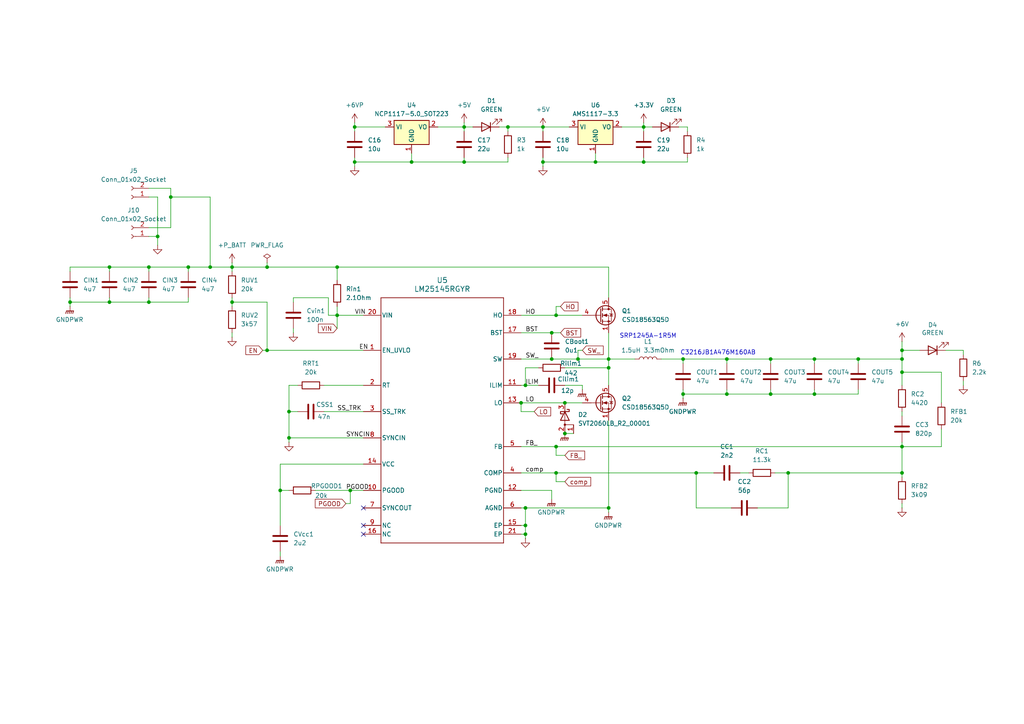
<source format=kicad_sch>
(kicad_sch (version 20250114) (generator "eeschema") (generator_version "9.0")
  (paper "A4")
  (lib_symbols
    (symbol "1Custom:LM25145RGYR" (pin_names (offset 0.254))
      (property "Reference" "U" (at 0 2.54 0))
      (property "Value" "LM25145RGYR" (at 0 0 0))
      (symbol "LM25145RGYR_0_1"
        (polyline (pts (xy -17.78 35.56) (xy -17.78 -35.56)) (stroke (width 0.2032)))
        (polyline (pts (xy -17.78 -35.56) (xy 17.78 -35.56)) (stroke (width 0.2032)))
        (polyline (pts (xy 17.78 35.56) (xy -17.78 35.56)) (stroke (width 0.2032)))
        (polyline (pts (xy 17.78 -35.56) (xy 17.78 35.56)) (stroke (width 0.2032)))
        (pin power_in line (at -22.86 30.48 0) (length 5.08) (name "VIN") (number "20"))
        (pin input line (at -22.86 20.32 0) (length 5.08) (name "EN_UVLO") (number "1"))
        (pin input line (at -22.86 10.16 0) (length 5.08) (name "RT") (number "2"))
        (pin input line (at -22.86 2.54 0) (length 5.08) (name "SS_TRK") (number "3"))
        (pin input line (at -22.86 -5.08 0) (length 5.08) (name "SYNCIN") (number "8"))
        (pin power_in line (at -22.86 -12.7 0) (length 5.08) (name "VCC") (number "14"))
        (pin open_collector line (at -22.86 -20.32 0) (length 5.08) (name "PGOOD") (number "10"))
        (pin output line (at -22.86 -25.4 0) (length 5.08) (name "SYNCOUT") (number "7"))
        (pin unspecified line (at -22.86 -30.48 0) (length 5.08) (name "NC") (number "9"))
        (pin unspecified line (at -22.86 -33.02 0) (length 5.08) (name "NC") (number "16"))
        (pin output line (at 22.86 30.48 180) (length 5.08) (name "HO") (number "18"))
        (pin unspecified line (at 22.86 25.4 180) (length 5.08) (name "BST") (number "17"))
        (pin power_in line (at 22.86 17.78 180) (length 5.08) (name "SW") (number "19"))
        (pin input line (at 22.86 10.16 180) (length 5.08) (name "ILIM") (number "11"))
        (pin output line (at 22.86 5.08 180) (length 5.08) (name "LO") (number "13"))
        (pin input line (at 22.86 -7.62 180) (length 5.08) (name "FB") (number "5"))
        (pin unspecified line (at 22.86 -15.24 180) (length 5.08) (name "COMP") (number "4"))
        (pin power_in line (at 22.86 -20.32 180) (length 5.08) (name "PGND") (number "12"))
        (pin power_in line (at 22.86 -25.4 180) (length 5.08) (name "AGND") (number "6"))
        (pin power_in line (at 22.86 -30.48 180) (length 5.08) (name "EP") (number "15"))
        (pin power_in line (at 22.86 -33.02 180) (length 5.08) (name "EP") (number "21"))
      )
    )
    (symbol "Connector:Conn_01x02_Socket" (pin_names (offset 1.016) (hide yes))
      (property "Reference" "J" (at 0 2.54 0))
      (property "Value" "Conn_01x02_Socket" (at 0 -5.08 0))
      (symbol "Conn_01x02_Socket_1_1"
        (polyline (pts (xy -1.27 0) (xy -0.508 0)) (stroke (width 0.1524)))
        (polyline (pts (xy -1.27 -2.54) (xy -0.508 -2.54)) (stroke (width 0.1524)))
        (arc (start 0 -0.508) (mid -0.5058 0) (end 0 0.508) (stroke (width 0.1524)))
        (arc (start 0 -3.048) (mid -0.5058 -2.54) (end 0 -2.032) (stroke (width 0.1524)))
        (pin passive line (at -5.08 0 0) (length 3.81) (name "Pin_1") (number "1"))
        (pin passive line (at -5.08 -2.54 0) (length 3.81) (name "Pin_2") (number "2"))
      )
    )
    (symbol "Device:C" (pin_numbers (hide yes)) (pin_names (offset 0.254))
      (property "Reference" "C" (at 0.635 2.54 0))
      (property "Value" "C" (at 0.635 -2.54 0))
      (symbol "C_0_1"
        (polyline (pts (xy -2.032 0.762) (xy 2.032 0.762)) (stroke (width 0.508)))
        (polyline (pts (xy -2.032 -0.762) (xy 2.032 -0.762)) (stroke (width 0.508)))
      )
      (symbol "C_1_1"
        (pin passive line (at 0 3.81 270) (length 2.794) (name "~") (number "1"))
        (pin passive line (at 0 -3.81 90) (length 2.794) (name "~") (number "2"))
      )
    )
    (symbol "Device:D_Schottky_AAK" (pin_names (offset 0) (hide yes))
      (property "Reference" "D" (at 0 2.54 0))
      (property "Value" "D_Schottky_AAK" (at 0 -2.54 0))
      (symbol "D_Schottky_AAK_0_1"
        (polyline (pts (xy -1.905 0.635) (xy -1.905 1.27) (xy -1.27 1.27) (xy -1.27 -1.27) (xy -0.635 -1.27) (xy -0.635 -0.635)) (stroke (width 0.254)))
        (polyline (pts (xy 1.27 1.27) (xy 1.27 -1.27) (xy -1.27 0) (xy 1.27 1.27)) (stroke (width 0.254)))
        (circle (center 2.54 0) (radius 0.254) (fill (type outline)))
        (polyline (pts (xy 3.81 2.54) (xy 2.54 2.54) (xy 2.54 0) (xy -1.27 0)))
      )
      (symbol "D_Schottky_AAK_1_1"
        (pin passive line (at -3.81 0 0) (length 2.54) (name "K") (number "3"))
        (pin passive line (at 5.08 2.54 180) (length 2.54) (name "A") (number "1"))
        (pin passive line (at 5.08 0 180) (length 2.54) (name "A") (number "2"))
      )
    )
    (symbol "Device:L" (pin_numbers (hide yes)) (pin_names (offset 1.016) (hide yes))
      (property "Reference" "L" (at -1.27 0 90))
      (property "Value" "L" (at 1.905 0 90))
      (symbol "L_0_1"
        (arc (start 0 2.54) (mid 0.6323 1.905) (end 0 1.27))
        (arc (start 0 1.27) (mid 0.6323 0.635) (end 0 0))
        (arc (start 0 0) (mid 0.6323 -0.635) (end 0 -1.27))
        (arc (start 0 -1.27) (mid 0.6323 -1.905) (end 0 -2.54))
      )
      (symbol "L_1_1"
        (pin passive line (at 0 3.81 270) (length 1.27) (name "1") (number "1"))
        (pin passive line (at 0 -3.81 90) (length 1.27) (name "2") (number "2"))
      )
    )
    (symbol "Device:LED" (pin_numbers (hide yes)) (pin_names (offset 1.016) (hide yes))
      (property "Reference" "D" (at 0 2.54 0))
      (property "Value" "LED" (at 0 -2.54 0))
      (symbol "LED_0_1"
        (polyline (pts (xy -3.048 -0.762) (xy -4.572 -2.286) (xy -3.81 -2.286) (xy -4.572 -2.286) (xy -4.572 -1.524)))
        (polyline (pts (xy -1.778 -0.762) (xy -3.302 -2.286) (xy -2.54 -2.286) (xy -3.302 -2.286) (xy -3.302 -1.524)))
        (polyline (pts (xy -1.27 0) (xy 1.27 0)))
        (polyline (pts (xy -1.27 -1.27) (xy -1.27 1.27)) (stroke (width 0.254)))
        (polyline (pts (xy 1.27 -1.27) (xy 1.27 1.27) (xy -1.27 0) (xy 1.27 -1.27)) (stroke (width 0.254)))
      )
      (symbol "LED_1_1"
        (pin passive line (at -3.81 0 0) (length 2.54) (name "K") (number "1"))
        (pin passive line (at 3.81 0 180) (length 2.54) (name "A") (number "2"))
      )
    )
    (symbol "Device:R" (pin_numbers (hide yes)) (pin_names (offset 0))
      (property "Reference" "R" (at 2.032 0 90))
      (property "Value" "R" (at 0 0 90))
      (symbol "R_0_1"
        (rectangle (start -1.016 -2.54) (end 1.016 2.54) (stroke (width 0.254)))
      )
      (symbol "R_1_1"
        (pin passive line (at 0 3.81 270) (length 1.27) (name "~") (number "1"))
        (pin passive line (at 0 -3.81 90) (length 1.27) (name "~") (number "2"))
      )
    )
    (symbol "Regulator_Linear:AMS1117-3.3"
      (property "Reference" "U" (at -3.81 3.175 0))
      (property "Value" "AMS1117-3.3" (at 0 3.175 0))
      (symbol "AMS1117-3.3_0_1"
        (rectangle (start -5.08 -5.08) (end 5.08 1.905) (stroke (width 0.254)) (fill (type background)))
      )
      (symbol "AMS1117-3.3_1_1"
        (pin power_in line (at -7.62 0 0) (length 2.54) (name "VI") (number "3"))
        (pin power_in line (at 0 -7.62 90) (length 2.54) (name "GND") (number "1"))
        (pin power_out line (at 7.62 0 180) (length 2.54) (name "VO") (number "2"))
      )
    )
    (symbol "Regulator_Linear:NCP1117-5.0_SOT223"
      (property "Reference" "U" (at -3.81 3.175 0))
      (property "Value" "NCP1117-5.0_SOT223" (at 0 3.175 0))
      (symbol "NCP1117-5.0_SOT223_0_1"
        (rectangle (start -5.08 -5.08) (end 5.08 1.905) (stroke (width 0.254)) (fill (type background)))
      )
      (symbol "NCP1117-5.0_SOT223_1_1"
        (pin power_in line (at -7.62 0 0) (length 2.54) (name "VI") (number "3"))
        (pin power_in line (at 0 -7.62 90) (length 2.54) (name "GND") (number "1"))
        (pin power_out line (at 7.62 0 180) (length 2.54) (name "VO") (number "2"))
      )
    )
    (symbol "Transistor_FET:CSD18563Q5A" (pin_names (hide yes))
      (property "Reference" "Q" (at 5.08 1.905 0))
      (property "Value" "CSD18563Q5A" (at 5.08 0 0))
      (symbol "CSD18563Q5A_0_1"
        (polyline (pts (xy 0.254 1.905) (xy 0.254 -1.905)) (stroke (width 0.254)))
        (polyline (pts (xy 0.254 0) (xy -2.54 0)))
        (polyline (pts (xy 0.762 2.286) (xy 0.762 1.27)) (stroke (width 0.254)))
        (polyline (pts (xy 0.762 0.508) (xy 0.762 -0.508)) (stroke (width 0.254)))
        (polyline (pts (xy 0.762 -1.27) (xy 0.762 -2.286)) (stroke (width 0.254)))
        (polyline (pts (xy 0.762 -1.778) (xy 3.302 -1.778) (xy 3.302 1.778) (xy 0.762 1.778)))
        (polyline (pts (xy 1.016 0) (xy 2.032 0.381) (xy 2.032 -0.381) (xy 1.016 0)) (fill (type outline)))
        (circle (center 1.651 0) (radius 2.794) (stroke (width 0.254)))
        (polyline (pts (xy 2.54 2.54) (xy 2.54 1.778)))
        (circle (center 2.54 1.778) (radius 0.254) (fill (type outline)))
        (circle (center 2.54 -1.778) (radius 0.254) (fill (type outline)))
        (polyline (pts (xy 2.54 -2.54) (xy 2.54 0) (xy 0.762 0)))
        (polyline (pts (xy 2.794 0.508) (xy 2.921 0.381) (xy 3.683 0.381) (xy 3.81 0.254)))
        (polyline (pts (xy 3.302 0.381) (xy 2.921 -0.254) (xy 3.683 -0.254) (xy 3.302 0.381)))
      )
      (symbol "CSD18563Q5A_1_1"
        (pin passive line (at -5.08 0 0) (length 2.54) (name "G") (number "4"))
        (pin passive line (at 2.54 5.08 270) (length 2.54) (name "D") (number "5"))
        (pin passive line (at 2.54 -5.08 90) (length 2.54) (name "S") (number "1"))
        (pin passive line (at 2.54 -5.08 90) (length 2.54) (hide yes) (name "S") (number "2"))
        (pin passive line (at 2.54 -5.08 90) (length 2.54) (hide yes) (name "S") (number "3"))
      )
    )
    (symbol "power:+3.3V" (power) (pin_numbers (hide yes)) (pin_names (offset 0) (hide yes))
      (property "Value" "+3.3V" (at 0 3.556 0))
      (symbol "+3.3V_0_1"
        (polyline (pts (xy -0.762 1.27) (xy 0 2.54)))
        (polyline (pts (xy 0 2.54) (xy 0.762 1.27)))
        (polyline (pts (xy 0 0) (xy 0 2.54)))
      )
      (symbol "+3.3V_1_1"
        (pin power_in line (at 0 0 90) (length 0) (name "~") (number "1"))
      )
    )
    (symbol "power:+5V" (power) (pin_numbers (hide yes)) (pin_names (offset 0) (hide yes))
      (property "Value" "+5V" (at 0 3.556 0))
      (symbol "+5V_0_1"
        (polyline (pts (xy -0.762 1.27) (xy 0 2.54)))
        (polyline (pts (xy 0 2.54) (xy 0.762 1.27)))
        (polyline (pts (xy 0 0) (xy 0 2.54)))
      )
      (symbol "+5V_1_1"
        (pin power_in line (at 0 0 90) (length 0) (name "~") (number "1"))
      )
    )
    (symbol "power:+6V" (power) (pin_numbers (hide yes)) (pin_names (offset 0) (hide yes))
      (property "Value" "+6V" (at 0 3.556 0))
      (symbol "+6V_0_1"
        (polyline (pts (xy -0.762 1.27) (xy 0 2.54)))
        (polyline (pts (xy 0 2.54) (xy 0.762 1.27)))
        (polyline (pts (xy 0 0) (xy 0 2.54)))
      )
      (symbol "+6V_1_1"
        (pin power_in line (at 0 0 90) (length 0) (name "~") (number "1"))
      )
    )
    (symbol "power:+BATT" (power) (pin_numbers (hide yes)) (pin_names (offset 0) (hide yes))
      (property "Value" "+BATT" (at 0 3.556 0))
      (symbol "+BATT_0_1"
        (polyline (pts (xy -0.762 1.27) (xy 0 2.54)))
        (polyline (pts (xy 0 2.54) (xy 0.762 1.27)))
        (polyline (pts (xy 0 0) (xy 0 2.54)))
      )
      (symbol "+BATT_1_1"
        (pin power_in line (at 0 0 90) (length 0) (name "~") (number "1"))
      )
    )
    (symbol "power:GND" (power) (pin_numbers (hide yes)) (pin_names (offset 0) (hide yes))
      (property "Value" "GND" (at 0 -3.81 0))
      (symbol "GND_0_1"
        (polyline (pts (xy 0 0) (xy 0 -1.27) (xy 1.27 -1.27) (xy 0 -2.54) (xy -1.27 -1.27) (xy 0 -1.27)))
      )
      (symbol "GND_1_1"
        (pin power_in line (at 0 0 270) (length 0) (name "~") (number "1"))
      )
    )
    (symbol "power:GNDPWR" (power) (pin_numbers (hide yes)) (pin_names (offset 0) (hide yes))
      (property "Value" "GNDPWR" (at 0 -3.302 0))
      (symbol "GNDPWR_0_1"
        (polyline (pts (xy -1.016 -1.27) (xy -1.27 -2.032) (xy -1.27 -2.032)) (stroke (width 0.2032)))
        (polyline (pts (xy -0.508 -1.27) (xy -0.762 -2.032) (xy -0.762 -2.032)) (stroke (width 0.2032)))
        (polyline (pts (xy 0 -1.27) (xy 0 0)))
        (polyline (pts (xy 0 -1.27) (xy -0.254 -2.032) (xy -0.254 -2.032)) (stroke (width 0.2032)))
        (polyline (pts (xy 0.508 -1.27) (xy 0.254 -2.032) (xy 0.254 -2.032)) (stroke (width 0.2032)))
        (polyline (pts (xy 1.016 -1.27) (xy -1.016 -1.27) (xy -1.016 -1.27)) (stroke (width 0.2032)))
        (polyline (pts (xy 1.016 -1.27) (xy 0.762 -2.032) (xy 0.762 -2.032) (xy 0.762 -2.032)) (stroke (width 0.2032)))
      )
      (symbol "GNDPWR_1_1"
        (pin power_in line (at 0 0 270) (length 0) (name "~") (number "1"))
      )
    )
    (symbol "power:PWR_FLAG" (power) (pin_numbers (hide yes)) (pin_names (offset 0) (hide yes))
      (property "Value" "PWR_FLAG" (at 0 3.81 0))
      (symbol "PWR_FLAG_0_0"
        (pin power_out line (at 0 0 90) (length 0) (name "~") (number "1"))
      )
      (symbol "PWR_FLAG_0_1"
        (polyline (pts (xy 0 0) (xy 0 1.27) (xy -1.016 1.905) (xy 0 2.54) (xy 1.016 1.905) (xy 0 1.27)))
      )
    )
  )
  (text "SRP1245A-1R5M" (at 187.96 97.536 0) (effects (font (size 1.27 1.27))))
  (text "C3216JB1A476M160AB" (at 208.28 102.362 0) (effects (font (size 1.27 1.27))))
  (junction (at 54.61 77.47))
  (junction (at 119.38 46.99))
  (junction (at 83.82 127))
  (junction (at 49.53 57.15))
  (junction (at 43.18 77.47))
  (junction (at 163.83 116.84))
  (junction (at 176.53 147.32))
  (junction (at 167.64 104.14))
  (junction (at 261.62 101.6))
  (junction (at 151.13 116.84))
  (junction (at 223.52 114.3))
  (junction (at 223.52 104.14))
  (junction (at 97.79 91.44))
  (junction (at 261.62 107.95))
  (junction (at 198.12 104.14))
  (junction (at 60.96 77.47))
  (junction (at 31.75 87.63))
  (junction (at 45.72 68.58))
  (junction (at 161.29 91.44))
  (junction (at 261.62 104.14))
  (junction (at 157.48 36.83))
  (junction (at 261.62 137.16))
  (junction (at 152.4 154.94))
  (junction (at 77.47 77.47))
  (junction (at 210.82 104.14))
  (junction (at 236.22 104.14))
  (junction (at 161.29 129.54))
  (junction (at 201.93 137.16))
  (junction (at 43.18 87.63))
  (junction (at 236.22 114.3))
  (junction (at 31.75 77.47))
  (junction (at 248.92 104.14))
  (junction (at 77.47 101.6))
  (junction (at 261.62 129.54))
  (junction (at 102.87 46.99))
  (junction (at 163.83 125.73))
  (junction (at 67.31 87.63))
  (junction (at 101.6 142.24))
  (junction (at 20.32 87.63))
  (junction (at 186.69 46.99))
  (junction (at 152.4 147.32))
  (junction (at 83.82 119.38))
  (junction (at 160.02 104.14))
  (junction (at 176.53 106.68))
  (junction (at 228.6 137.16))
  (junction (at 152.4 111.76))
  (junction (at 97.79 77.47))
  (junction (at 161.29 137.16))
  (junction (at 81.28 142.24))
  (junction (at 102.87 36.83))
  (junction (at 134.62 36.83))
  (junction (at 172.72 46.99))
  (junction (at 160.02 96.52))
  (junction (at 176.53 104.14))
  (junction (at 198.12 114.3))
  (junction (at 134.62 46.99))
  (junction (at 67.31 77.47))
  (junction (at 152.4 152.4))
  (junction (at 147.32 36.83))
  (junction (at 157.48 46.99))
  (junction (at 210.82 114.3))
  (junction (at 186.69 36.83))
  (no_connect (at 105.41 152.4))
  (no_connect (at 105.41 147.32))
  (no_connect (at 105.41 154.94))
  (wire (pts (xy 43.18 68.58) (xy 45.72 68.58)))
  (wire (pts (xy 81.28 142.24) (xy 83.82 142.24)))
  (wire (pts (xy 151.13 119.38) (xy 151.13 116.84)))
  (wire (pts (xy 212.09 147.32) (xy 201.93 147.32)))
  (wire (pts (xy 228.6 147.32) (xy 228.6 137.16)))
  (wire (pts (xy 210.82 113.03) (xy 210.82 114.3)))
  (wire (pts (xy 163.83 116.84) (xy 168.91 116.84)))
  (wire (pts (xy 43.18 87.63) (xy 31.75 87.63)))
  (wire (pts (xy 20.32 86.36) (xy 20.32 87.63)))
  (wire (pts (xy 81.28 160.02) (xy 81.28 161.29)))
  (wire (pts (xy 111.76 36.83) (xy 102.87 36.83)))
  (wire (pts (xy 279.4 110.49) (xy 279.4 111.76)))
  (wire (pts (xy 77.47 76.2) (xy 77.47 77.47)))
  (wire (pts (xy 161.29 139.7) (xy 161.29 137.16)))
  (wire (pts (xy 152.4 152.4) (xy 152.4 154.94)))
  (wire (pts (xy 223.52 113.03) (xy 223.52 114.3)))
  (wire (pts (xy 147.32 36.83) (xy 144.78 36.83)))
  (wire (pts (xy 156.21 106.68) (xy 152.4 106.68)))
  (wire (pts (xy 273.05 116.84) (xy 273.05 107.95)))
  (wire (pts (xy 186.69 46.99) (xy 172.72 46.99)))
  (wire (pts (xy 261.62 104.14) (xy 248.92 104.14)))
  (wire (pts (xy 77.47 101.6) (xy 105.41 101.6)))
  (wire (pts (xy 119.38 44.45) (xy 119.38 46.99)))
  (wire (pts (xy 76.2 101.6) (xy 77.47 101.6)))
  (wire (pts (xy 54.61 87.63) (xy 43.18 87.63)))
  (wire (pts (xy 91.44 142.24) (xy 101.6 142.24)))
  (wire (pts (xy 186.69 45.72) (xy 186.69 46.99)))
  (wire (pts (xy 186.69 36.83) (xy 189.23 36.83)))
  (wire (pts (xy 49.53 54.61) (xy 49.53 57.15)))
  (wire (pts (xy 186.69 36.83) (xy 180.34 36.83)))
  (wire (pts (xy 134.62 45.72) (xy 134.62 46.99)))
  (wire (pts (xy 151.13 154.94) (xy 152.4 154.94)))
  (wire (pts (xy 160.02 104.14) (xy 167.64 104.14)))
  (wire (pts (xy 168.91 113.03) (xy 168.91 111.76)))
  (wire (pts (xy 172.72 44.45) (xy 172.72 46.99)))
  (wire (pts (xy 49.53 66.04) (xy 49.53 57.15)))
  (wire (pts (xy 43.18 54.61) (xy 49.53 54.61)))
  (wire (pts (xy 100.33 146.05) (xy 101.6 146.05)))
  (wire (pts (xy 201.93 147.32) (xy 201.93 137.16)))
  (wire (pts (xy 186.69 38.1) (xy 186.69 36.83)))
  (wire (pts (xy 198.12 113.03) (xy 198.12 114.3)))
  (wire (pts (xy 81.28 134.62) (xy 81.28 142.24)))
  (wire (pts (xy 198.12 114.3) (xy 198.12 115.57)))
  (wire (pts (xy 93.98 119.38) (xy 105.41 119.38)))
  (wire (pts (xy 248.92 114.3) (xy 236.22 114.3)))
  (wire (pts (xy 43.18 66.04) (xy 49.53 66.04)))
  (wire (pts (xy 163.83 139.7) (xy 161.29 139.7)))
  (wire (pts (xy 105.41 134.62) (xy 81.28 134.62)))
  (wire (pts (xy 60.96 77.47) (xy 67.31 77.47)))
  (wire (pts (xy 157.48 36.83) (xy 165.1 36.83)))
  (wire (pts (xy 134.62 35.56) (xy 134.62 36.83)))
  (wire (pts (xy 163.83 132.08) (xy 161.29 132.08)))
  (wire (pts (xy 119.38 46.99) (xy 102.87 46.99)))
  (wire (pts (xy 161.29 88.9) (xy 161.29 91.44)))
  (wire (pts (xy 54.61 77.47) (xy 60.96 77.47)))
  (wire (pts (xy 161.29 137.16) (xy 201.93 137.16)))
  (wire (pts (xy 161.29 129.54) (xy 261.62 129.54)))
  (wire (pts (xy 134.62 36.83) (xy 127 36.83)))
  (wire (pts (xy 172.72 46.99) (xy 157.48 46.99)))
  (wire (pts (xy 261.62 137.16) (xy 228.6 137.16)))
  (wire (pts (xy 210.82 104.14) (xy 210.82 105.41)))
  (wire (pts (xy 261.62 146.05) (xy 261.62 147.32)))
  (wire (pts (xy 20.32 78.74) (xy 20.32 77.47)))
  (wire (pts (xy 160.02 142.24) (xy 151.13 142.24)))
  (wire (pts (xy 214.63 137.16) (xy 217.17 137.16)))
  (wire (pts (xy 85.09 87.63) (xy 85.09 86.36)))
  (wire (pts (xy 198.12 104.14) (xy 198.12 105.41)))
  (wire (pts (xy 261.62 101.6) (xy 261.62 104.14)))
  (wire (pts (xy 45.72 68.58) (xy 45.72 71.12)))
  (wire (pts (xy 97.79 77.47) (xy 176.53 77.47)))
  (wire (pts (xy 152.4 106.68) (xy 152.4 111.76)))
  (wire (pts (xy 54.61 86.36) (xy 54.61 87.63)))
  (wire (pts (xy 162.56 88.9) (xy 161.29 88.9)))
  (wire (pts (xy 224.79 137.16) (xy 228.6 137.16)))
  (wire (pts (xy 236.22 113.03) (xy 236.22 114.3)))
  (wire (pts (xy 160.02 142.24) (xy 160.02 144.78)))
  (wire (pts (xy 77.47 87.63) (xy 77.47 101.6)))
  (wire (pts (xy 134.62 38.1) (xy 134.62 36.83)))
  (wire (pts (xy 261.62 99.06) (xy 261.62 101.6)))
  (wire (pts (xy 157.48 45.72) (xy 157.48 46.99)))
  (wire (pts (xy 151.13 91.44) (xy 161.29 91.44)))
  (wire (pts (xy 210.82 104.14) (xy 198.12 104.14)))
  (wire (pts (xy 151.13 147.32) (xy 152.4 147.32)))
  (wire (pts (xy 186.69 46.99) (xy 199.39 46.99)))
  (wire (pts (xy 31.75 86.36) (xy 31.75 87.63)))
  (wire (pts (xy 248.92 104.14) (xy 236.22 104.14)))
  (wire (pts (xy 273.05 107.95) (xy 261.62 107.95)))
  (wire (pts (xy 279.4 101.6) (xy 274.32 101.6)))
  (wire (pts (xy 97.79 91.44) (xy 105.41 91.44)))
  (wire (pts (xy 157.48 46.99) (xy 157.48 48.26)))
  (wire (pts (xy 163.83 125.73) (xy 166.37 125.73)))
  (wire (pts (xy 160.02 96.52) (xy 162.56 96.52)))
  (wire (pts (xy 101.6 146.05) (xy 101.6 142.24)))
  (wire (pts (xy 83.82 127) (xy 105.41 127)))
  (wire (pts (xy 147.32 38.1) (xy 147.32 36.83)))
  (wire (pts (xy 219.71 147.32) (xy 228.6 147.32)))
  (wire (pts (xy 67.31 87.63) (xy 67.31 86.36)))
  (wire (pts (xy 176.53 104.14) (xy 184.15 104.14)))
  (wire (pts (xy 273.05 124.46) (xy 273.05 129.54)))
  (wire (pts (xy 67.31 77.47) (xy 77.47 77.47)))
  (wire (pts (xy 43.18 77.47) (xy 54.61 77.47)))
  (wire (pts (xy 31.75 77.47) (xy 31.75 78.74)))
  (wire (pts (xy 261.62 107.95) (xy 261.62 111.76)))
  (wire (pts (xy 147.32 46.99) (xy 134.62 46.99)))
  (wire (pts (xy 176.53 96.52) (xy 176.53 104.14)))
  (wire (pts (xy 261.62 104.14) (xy 261.62 107.95)))
  (wire (pts (xy 31.75 77.47) (xy 43.18 77.47)))
  (wire (pts (xy 152.4 147.32) (xy 152.4 152.4)))
  (wire (pts (xy 199.39 36.83) (xy 196.85 36.83)))
  (wire (pts (xy 60.96 57.15) (xy 60.96 77.47)))
  (wire (pts (xy 151.13 137.16) (xy 161.29 137.16)))
  (wire (pts (xy 31.75 87.63) (xy 20.32 87.63)))
  (wire (pts (xy 167.64 101.6) (xy 167.64 104.14)))
  (wire (pts (xy 20.32 77.47) (xy 31.75 77.47)))
  (wire (pts (xy 210.82 114.3) (xy 198.12 114.3)))
  (wire (pts (xy 134.62 46.99) (xy 119.38 46.99)))
  (wire (pts (xy 236.22 104.14) (xy 236.22 105.41)))
  (wire (pts (xy 176.53 106.68) (xy 176.53 111.76)))
  (wire (pts (xy 199.39 38.1) (xy 199.39 36.83)))
  (wire (pts (xy 101.6 142.24) (xy 105.41 142.24)))
  (wire (pts (xy 95.25 91.44) (xy 97.79 91.44)))
  (wire (pts (xy 157.48 36.83) (xy 157.48 38.1)))
  (wire (pts (xy 261.62 137.16) (xy 261.62 138.43)))
  (wire (pts (xy 93.98 111.76) (xy 105.41 111.76)))
  (wire (pts (xy 261.62 119.38) (xy 261.62 120.65)))
  (wire (pts (xy 198.12 104.14) (xy 191.77 104.14)))
  (wire (pts (xy 102.87 46.99) (xy 102.87 48.26)))
  (wire (pts (xy 147.32 36.83) (xy 157.48 36.83)))
  (wire (pts (xy 43.18 77.47) (xy 43.18 78.74)))
  (wire (pts (xy 49.53 57.15) (xy 60.96 57.15)))
  (wire (pts (xy 86.36 111.76) (xy 83.82 111.76)))
  (wire (pts (xy 167.64 104.14) (xy 176.53 104.14)))
  (wire (pts (xy 176.53 121.92) (xy 176.53 147.32)))
  (wire (pts (xy 147.32 45.72) (xy 147.32 46.99)))
  (wire (pts (xy 151.13 152.4) (xy 152.4 152.4)))
  (wire (pts (xy 161.29 132.08) (xy 161.29 129.54)))
  (wire (pts (xy 176.53 86.36) (xy 176.53 77.47)))
  (wire (pts (xy 83.82 111.76) (xy 83.82 119.38)))
  (wire (pts (xy 261.62 128.27) (xy 261.62 129.54)))
  (wire (pts (xy 151.13 116.84) (xy 163.83 116.84)))
  (wire (pts (xy 97.79 88.9) (xy 97.79 91.44)))
  (wire (pts (xy 97.79 77.47) (xy 97.79 81.28)))
  (wire (pts (xy 151.13 104.14) (xy 160.02 104.14)))
  (wire (pts (xy 83.82 119.38) (xy 83.82 127)))
  (wire (pts (xy 43.18 57.15) (xy 45.72 57.15)))
  (wire (pts (xy 154.94 119.38) (xy 151.13 119.38)))
  (wire (pts (xy 152.4 147.32) (xy 176.53 147.32)))
  (wire (pts (xy 201.93 137.16) (xy 207.01 137.16)))
  (wire (pts (xy 163.83 106.68) (xy 176.53 106.68)))
  (wire (pts (xy 273.05 129.54) (xy 261.62 129.54)))
  (wire (pts (xy 102.87 45.72) (xy 102.87 46.99)))
  (wire (pts (xy 261.62 129.54) (xy 261.62 137.16)))
  (wire (pts (xy 83.82 119.38) (xy 86.36 119.38)))
  (wire (pts (xy 248.92 105.41) (xy 248.92 104.14)))
  (wire (pts (xy 67.31 77.47) (xy 67.31 78.74)))
  (wire (pts (xy 77.47 77.47) (xy 97.79 77.47)))
  (wire (pts (xy 236.22 104.14) (xy 223.52 104.14)))
  (wire (pts (xy 223.52 114.3) (xy 210.82 114.3)))
  (wire (pts (xy 161.29 91.44) (xy 168.91 91.44)))
  (wire (pts (xy 248.92 113.03) (xy 248.92 114.3)))
  (wire (pts (xy 151.13 111.76) (xy 152.4 111.76)))
  (wire (pts (xy 223.52 104.14) (xy 223.52 105.41)))
  (wire (pts (xy 152.4 111.76) (xy 156.21 111.76)))
  (wire (pts (xy 199.39 45.72) (xy 199.39 46.99)))
  (wire (pts (xy 67.31 87.63) (xy 67.31 88.9)))
  (wire (pts (xy 67.31 96.52) (xy 67.31 97.79)))
  (wire (pts (xy 95.25 86.36) (xy 95.25 91.44)))
  (wire (pts (xy 54.61 77.47) (xy 54.61 78.74)))
  (wire (pts (xy 236.22 114.3) (xy 223.52 114.3)))
  (wire (pts (xy 152.4 154.94) (xy 152.4 156.21)))
  (wire (pts (xy 176.53 104.14) (xy 176.53 106.68)))
  (wire (pts (xy 85.09 86.36) (xy 95.25 86.36)))
  (wire (pts (xy 151.13 96.52) (xy 160.02 96.52)))
  (wire (pts (xy 134.62 36.83) (xy 137.16 36.83)))
  (wire (pts (xy 43.18 86.36) (xy 43.18 87.63)))
  (wire (pts (xy 83.82 127) (xy 83.82 128.27)))
  (wire (pts (xy 97.79 91.44) (xy 97.79 95.25)))
  (wire (pts (xy 81.28 142.24) (xy 81.28 152.4)))
  (wire (pts (xy 186.69 35.56) (xy 186.69 36.83)))
  (wire (pts (xy 85.09 95.25) (xy 85.09 96.52)))
  (wire (pts (xy 279.4 102.87) (xy 279.4 101.6)))
  (wire (pts (xy 20.32 87.63) (xy 20.32 88.9)))
  (wire (pts (xy 223.52 104.14) (xy 210.82 104.14)))
  (wire (pts (xy 102.87 36.83) (xy 102.87 38.1)))
  (wire (pts (xy 67.31 77.47) (xy 67.31 76.2)))
  (wire (pts (xy 151.13 129.54) (xy 161.29 129.54)))
  (wire (pts (xy 102.87 35.56) (xy 102.87 36.83)))
  (wire (pts (xy 261.62 101.6) (xy 266.7 101.6)))
  (wire (pts (xy 45.72 57.15) (xy 45.72 68.58)))
  (wire (pts (xy 176.53 147.32) (xy 176.53 148.59)))
  (wire (pts (xy 168.91 111.76) (xy 163.83 111.76)))
  (wire (pts (xy 77.47 87.63) (xy 67.31 87.63)))
  (wire (pts (xy 168.91 101.6) (xy 167.64 101.6)))
  (label "SS_TRK" (at 97.79 119.38 0))
  (label "PGOOD" (at 100.33 142.24 0))
  (label "ILIM" (at 152.4 111.76 0))
  (label "EN" (at 104.14 101.6 0))
  (label "VIN" (at 102.87 91.44 0))
  (label "comp" (at 152.4 137.16 0))
  (label "LO" (at 152.4 116.84 0))
  (label "SW_" (at 152.4 104.14 0))
  (label "FB_" (at 152.4 129.54 0))
  (label "SYNCIN" (at 100.33 127 0))
  (label "BST" (at 152.4 96.52 0))
  (label "HO" (at 152.4 91.44 0))
  (global_label "LO" (shape input) (at 154.94 119.38 0) (property "Intersheetrefs" "${INTERSHEET_REFS}" (effects (hide yes))))
  (global_label "EN" (shape input) (at 76.2 101.6 180) (property "Intersheetrefs" "${INTERSHEET_REFS}" (effects (hide yes))))
  (global_label "SW_" (shape input) (at 168.91 101.6 0) (property "Intersheetrefs" "${INTERSHEET_REFS}" (effects (hide yes))))
  (global_label "FB_" (shape input) (at 163.83 132.08 0) (property "Intersheetrefs" "${INTERSHEET_REFS}" (effects (hide yes))))
  (global_label "comp" (shape input) (at 163.83 139.7 0) (property "Intersheetrefs" "${INTERSHEET_REFS}" (effects (hide yes))))
  (global_label "PGOOD" (shape input) (at 100.33 146.05 180) (property "Intersheetrefs" "${INTERSHEET_REFS}" (effects (hide yes))))
  (global_label "BST" (shape input) (at 162.56 96.52 0) (property "Intersheetrefs" "${INTERSHEET_REFS}" (effects (hide yes))))
  (global_label "HO" (shape input) (at 162.56 88.9 0) (property "Intersheetrefs" "${INTERSHEET_REFS}" (effects (hide yes))))
  (global_label "VIN" (shape input) (at 97.79 95.25 180) (property "Intersheetrefs" "${INTERSHEET_REFS}" (effects (hide yes))))
  (symbol (lib_id "Device:C") (at 90.17 119.38 90) (unit 1)
    (property "Reference" "CSS1" (at 94.234 117.348 90))
    (property "Value" "47n" (at 93.98 120.904 90))
    (property "Footprint" "Capacitor_SMD:C_0603_1608Metric" (effects (hide yes)))
    (property "Description" "Unpolarized capacitor" (effects (hide yes)))
  )
  (symbol (lib_id "power:GNDPWR") (at 163.83 125.73 0) (unit 1)
    (property "Reference" "#PWR039" (effects (hide yes)))
    (property "Value" "GNDPWR" (effects (hide yes)))
    (property "Description" "Power symbol creates a global label with name \"GNDPWR\" , global ground" (effects (hide yes)))
  )
  (symbol (lib_id "power:GND") (at 83.82 128.27 0) (unit 1)
    (property "Reference" "#PWR038" (effects (hide yes)))
    (property "Value" "GND" (effects (hide yes)))
    (property "Description" "Power symbol creates a global label with name \"GND\" , ground" (effects (hide yes)))
  )
  (symbol (lib_id "Device:C") (at 160.02 111.76 90) (unit 1)
    (property "Reference" "Cilim1" (at 164.846 109.982 90))
    (property "Value" "12p" (at 164.592 113.284 90))
    (property "Footprint" "Capacitor_SMD:C_0402_1005Metric" (effects (hide yes)))
    (property "Description" "Unpolarized capacitor" (effects (hide yes)))
  )
  (symbol (lib_id "Device:C") (at 31.75 82.55 0) (unit 1)
    (property "Reference" "CIN2" (at 35.56 81.2799 0) (effects (justify left)))
    (property "Value" "4u7" (at 35.56 83.8199 0) (effects (justify left)))
    (property "Footprint" "Capacitor_SMD:C_1206_3216Metric" (effects (hide yes)))
    (property "Description" "Unpolarized capacitor" (effects (hide yes)))
  )
  (symbol (lib_id "Device:C") (at 186.69 41.91 0) (unit 1)
    (property "Reference" "C19" (at 190.5 40.6399 0) (effects (justify left)))
    (property "Value" "22u" (at 190.5 43.1799 0) (effects (justify left)))
    (property "Footprint" "Capacitor_SMD:C_0805_2012Metric" (effects (hide yes)))
    (property "Description" "Unpolarized capacitor" (effects (hide yes)))
  )
  (symbol (lib_id "power:GND") (at 157.48 48.26 0) (unit 1)
    (property "Reference" "#PWR037" (effects (hide yes)))
    (property "Value" "GND" (effects (hide yes)))
    (property "Description" "Power symbol creates a global label with name \"GND\" , ground" (effects (hide yes)))
  )
  (symbol (lib_id "power:+6V") (at 261.62 99.06 0) (unit 1)
    (property "Reference" "#PWR045" (effects (hide yes)))
    (property "Value" "+6V" (at 261.62 93.98 0))
    (property "Description" "Power symbol creates a global label with name \"+6V\"" (effects (hide yes)))
  )
  (symbol (lib_id "Device:R") (at 90.17 111.76 90) (unit 1)
    (property "Reference" "RRT1" (at 90.17 105.41 90))
    (property "Value" "20k" (at 90.17 107.95 90))
    (property "Footprint" "Resistor_SMD:R_0402_1005Metric" (effects (hide yes)))
    (property "Description" "Resistor" (effects (hide yes)))
  )
  (symbol (lib_id "Device:C") (at 157.48 41.91 0) (unit 1)
    (property "Reference" "C18" (at 161.29 40.6399 0) (effects (justify left)))
    (property "Value" "10u" (at 161.29 43.1799 0) (effects (justify left)))
    (property "Footprint" "Capacitor_SMD:C_0805_2012Metric" (effects (hide yes)))
    (property "Description" "Unpolarized capacitor" (effects (hide yes)))
  )
  (symbol (lib_id "Device:R") (at 279.4 106.68 0) (unit 1)
    (property "Reference" "R6" (at 281.94 105.4099 0) (effects (justify left)))
    (property "Value" "2.2k" (at 281.94 107.9499 0) (effects (justify left)))
    (property "Footprint" "Resistor_SMD:R_0402_1005Metric" (effects (hide yes)))
    (property "Description" "Resistor" (effects (hide yes)))
  )
  (symbol (lib_id "Device:R") (at 273.05 120.65 180) (unit 1)
    (property "Reference" "RFB1" (at 275.59 119.3799 0) (effects (justify right)))
    (property "Value" "20k" (at 275.59 121.9199 0) (effects (justify right)))
    (property "Footprint" "Resistor_SMD:R_0402_1005Metric" (effects (hide yes)))
    (property "Description" "Resistor" (effects (hide yes)))
  )
  (symbol (lib_id "Device:R") (at 261.62 115.57 180) (unit 1)
    (property "Reference" "RC2" (at 264.16 114.2999 0) (effects (justify right)))
    (property "Value" "4420" (at 264.16 116.8399 0) (effects (justify right)))
    (property "Footprint" "Resistor_SMD:R_0402_1005Metric" (effects (hide yes)))
    (property "Description" "Resistor" (effects (hide yes)))
  )
  (symbol (lib_id "Device:R") (at 160.02 106.68 90) (unit 1)
    (property "Reference" "Rilim1" (at 165.608 105.41 90))
    (property "Value" "442" (at 165.608 108.204 90))
    (property "Footprint" "Resistor_SMD:R_0805_2012Metric" (effects (hide yes)))
    (property "Description" "Resistor" (effects (hide yes)))
  )
  (symbol (lib_id "power:GNDPWR") (at 176.53 148.59 0) (unit 1)
    (property "Reference" "#PWR070" (effects (hide yes)))
    (property "Value" "GNDPWR" (at 176.403 152.4 0))
    (property "Description" "Power symbol creates a global label with name \"GNDPWR\" , global ground" (effects (hide yes)))
  )
  (symbol (lib_id "Device:D_Schottky_AAK") (at 163.83 120.65 270) (unit 1)
    (property "Reference" "D2" (at 167.64 120.2689 90) (effects (justify left)))
    (property "Value" "SVT2060LB_R2_00001" (at 167.64 122.8089 90) (effects (justify left)))
    (property "Footprint" "Package_TO_SOT_SMD:TO-277B" (effects (hide yes)))
    (property "Description" "Schottky diode, anode on pins 1 and 2" (effects (hide yes)))
  )
  (symbol (lib_id "Device:R") (at 147.32 41.91 0) (unit 1)
    (property "Reference" "R3" (at 149.86 40.6399 0) (effects (justify left)))
    (property "Value" "1k" (at 149.86 43.1799 0) (effects (justify left)))
    (property "Footprint" "Resistor_SMD:R_0402_1005Metric" (effects (hide yes)))
    (property "Description" "Resistor" (effects (hide yes)))
  )
  (symbol (lib_id "power:PWR_FLAG") (at 77.47 76.2 0) (unit 1)
    (property "Reference" "#FLG02" (effects (hide yes)))
    (property "Value" "PWR_FLAG" (at 77.47 71.12 0))
    (property "Description" "Special symbol for telling ERC where power comes from" (effects (hide yes)))
  )
  (symbol (lib_id "power:GNDPWR") (at 20.32 88.9 0) (unit 1)
    (property "Reference" "#PWR027" (effects (hide yes)))
    (property "Value" "GNDPWR" (at 20.193 92.71 0))
    (property "Description" "Power symbol creates a global label with name \"GNDPWR\" , global ground" (effects (hide yes)))
  )
  (symbol (lib_id "power:GNDPWR") (at 160.02 144.78 0) (unit 1)
    (property "Reference" "#PWR069" (effects (hide yes)))
    (property "Value" "GNDPWR" (at 159.893 148.59 0))
    (property "Description" "Power symbol creates a global label with name \"GNDPWR\" , global ground" (effects (hide yes)))
  )
  (symbol (lib_id "Device:C") (at 81.28 156.21 0) (unit 1)
    (property "Reference" "CVcc1" (at 85.09 154.9399 0) (effects (justify left)))
    (property "Value" "2u2" (at 85.09 157.4799 0) (effects (justify left)))
    (property "Footprint" "Capacitor_SMD:C_0603_1608Metric" (effects (hide yes)))
    (property "Description" "Unpolarized capacitor" (effects (hide yes)))
  )
  (symbol (lib_id "Regulator_Linear:NCP1117-5.0_SOT223") (at 119.38 36.83 0) (unit 1)
    (property "Reference" "U4" (at 119.38 30.48 0))
    (property "Value" "NCP1117-5.0_SOT223" (at 119.38 33.02 0))
    (property "Footprint" "Package_TO_SOT_SMD:SOT-223-3_TabPin2" (effects (hide yes)))
    (property "Datasheet" "http://www.onsemi.com/pub_link/Collateral/NCP1117-D.PDF" (effects (hide yes)))
    (property "Description" "1A Low drop-out regulator, Fixed Output 5V, SOT-223" (effects (hide yes)))
  )
  (symbol (lib_id "Device:C") (at 210.82 137.16 90) (unit 1)
    (property "Reference" "CC1" (at 210.82 129.54 90))
    (property "Value" "2n2" (at 210.82 132.08 90))
    (property "Footprint" "Capacitor_SMD:C_0402_1005Metric" (effects (hide yes)))
    (property "Description" "Unpolarized capacitor" (effects (hide yes)))
  )
  (symbol (lib_id "Device:R") (at 199.39 41.91 0) (unit 1)
    (property "Reference" "R4" (at 201.93 40.6399 0) (effects (justify left)))
    (property "Value" "1k" (at 201.93 43.1799 0) (effects (justify left)))
    (property "Footprint" "Resistor_SMD:R_0402_1005Metric" (effects (hide yes)))
    (property "Description" "Resistor" (effects (hide yes)))
  )
  (symbol (lib_id "power:+BATT") (at 67.31 76.2 0) (unit 1)
    (property "Reference" "#PWR030" (effects (hide yes)))
    (property "Value" "+P_BATT" (at 67.31 71.12 0))
    (property "Description" "Power symbol creates a global label with name \"+BATT\"" (effects (hide yes)))
  )
  (symbol (lib_id "Transistor_FET:CSD18563Q5A") (at 173.99 91.44 0) (unit 1)
    (property "Reference" "Q1" (at 180.34 90.1699 0) (effects (justify left)))
    (property "Value" "CSD18563Q5D" (at 180.34 92.7099 0) (effects (justify left)))
    (property "Footprint" "Package_TO_SOT_SMD:TDSON-8-1" (effects (hide yes)))
    (property "Datasheet" "http://www.ti.com/lit/gpn/csd18563q5a" (effects (hide yes)))
    (property "Description" "100A Id, 60V Vds, NexFET N-Channel Power MOSFET, 6.8mOhm Ron, 15nC Qg(typ), SON8 5x6mm" (effects (hide yes)))
  )
  (symbol (lib_id "Device:C") (at 210.82 109.22 0) (unit 1)
    (property "Reference" "COUT2" (at 214.63 107.9499 0) (effects (justify left)))
    (property "Value" "47u" (at 214.63 110.4899 0) (effects (justify left)))
    (property "Footprint" "Capacitor_SMD:C_1206_3216Metric" (effects (hide yes)))
    (property "Description" "Unpolarized capacitor" (effects (hide yes)))
  )
  (symbol (lib_id "power:+6V") (at 102.87 35.56 0) (unit 1)
    (property "Reference" "#PWR033" (effects (hide yes)))
    (property "Value" "+6VP" (at 102.87 30.48 0))
    (property "Description" "Power symbol creates a global label with name \"+6V\"" (effects (hide yes)))
  )
  (symbol (lib_id "Device:C") (at 20.32 82.55 0) (unit 1)
    (property "Reference" "CIN1" (at 24.13 81.2799 0) (effects (justify left)))
    (property "Value" "4u7" (at 24.13 83.8199 0) (effects (justify left)))
    (property "Footprint" "Capacitor_SMD:C_1206_3216Metric" (effects (hide yes)))
    (property "Description" "Unpolarized capacitor" (effects (hide yes)))
  )
  (symbol (lib_id "power:GNDPWR") (at 198.12 115.57 0) (unit 1)
    (property "Reference" "#PWR043" (effects (hide yes)))
    (property "Value" "GNDPWR" (at 197.993 119.38 0))
    (property "Description" "Power symbol creates a global label with name \"GNDPWR\" , global ground" (effects (hide yes)))
  )
  (symbol (lib_id "Device:C") (at 160.02 100.33 0) (unit 1)
    (property "Reference" "CBoot1" (at 163.83 99.0599 0) (effects (justify left)))
    (property "Value" "0u1" (at 163.83 101.5999 0) (effects (justify left)))
    (property "Footprint" "Capacitor_SMD:C_0603_1608Metric" (effects (hide yes)))
    (property "Description" "Unpolarized capacitor" (effects (hide yes)))
  )
  (symbol (lib_id "Device:L") (at 187.96 104.14 90) (unit 1)
    (property "Reference" "L1" (at 187.96 99.06 90))
    (property "Value" "1.5uH 3.3mOhm" (at 187.96 101.6 90))
    (property "Footprint" "Servo_Board:IND_AMDLA1306Q-101M" (effects (hide yes)))
    (property "Description" "Inductor" (effects (hide yes)))
  )
  (symbol (lib_id "power:+5V") (at 134.62 35.56 0) (unit 1)
    (property "Reference" "#PWR035" (effects (hide yes)))
    (property "Value" "+5V" (at 134.62 30.48 0))
    (property "Description" "Power symbol creates a global label with name \"+5V\"" (effects (hide yes)))
  )
  (symbol (lib_id "Device:R") (at 67.31 92.71 0) (unit 1)
    (property "Reference" "RUV2" (at 69.85 91.4399 0) (effects (justify left)))
    (property "Value" "3k57" (at 69.85 93.9799 0) (effects (justify left)))
    (property "Footprint" "Resistor_SMD:R_0402_1005Metric" (effects (hide yes)))
    (property "Description" "Resistor" (effects (hide yes)))
  )
  (symbol (lib_id "Device:C") (at 261.62 124.46 180) (unit 1)
    (property "Reference" "CC3" (at 265.43 123.1899 0) (effects (justify right)))
    (property "Value" "820p" (at 265.43 125.7299 0) (effects (justify right)))
    (property "Footprint" "Capacitor_SMD:C_0402_1005Metric" (effects (hide yes)))
    (property "Description" "Unpolarized capacitor" (effects (hide yes)))
  )
  (symbol (lib_id "Device:LED") (at 140.97 36.83 180) (unit 1)
    (property "Reference" "D1" (at 142.5575 29.21 0))
    (property "Value" "GREEN" (at 142.5575 31.75 0))
    (property "Footprint" "LED_SMD:LED_0603_1608Metric" (effects (hide yes)))
    (property "Description" "Light emitting diode" (effects (hide yes)))
  )
  (symbol (lib_id "Device:C") (at 223.52 109.22 0) (unit 1)
    (property "Reference" "COUT3" (at 227.33 107.9499 0) (effects (justify left)))
    (property "Value" "47u" (at 227.33 110.4899 0) (effects (justify left)))
    (property "Footprint" "Capacitor_SMD:C_1206_3216Metric" (effects (hide yes)))
    (property "Description" "Unpolarized capacitor" (effects (hide yes)))
  )
  (symbol (lib_id "power:GND") (at 102.87 48.26 0) (unit 1)
    (property "Reference" "#PWR034" (effects (hide yes)))
    (property "Value" "GND" (effects (hide yes)))
    (property "Description" "Power symbol creates a global label with name \"GND\" , ground" (effects (hide yes)))
  )
  (symbol (lib_id "Device:C") (at 215.9 147.32 90) (unit 1)
    (property "Reference" "CC2" (at 215.9 139.7 90))
    (property "Value" "56p" (at 215.9 142.24 90))
    (property "Footprint" "Capacitor_SMD:C_0402_1005Metric" (effects (hide yes)))
    (property "Description" "Unpolarized capacitor" (effects (hide yes)))
  )
  (symbol (lib_id "Device:C") (at 198.12 109.22 0) (unit 1)
    (property "Reference" "COUT1" (at 201.93 107.9499 0) (effects (justify left)))
    (property "Value" "47u" (at 201.93 110.4899 0) (effects (justify left)))
    (property "Footprint" "Capacitor_SMD:C_1206_3216Metric" (effects (hide yes)))
    (property "Description" "Unpolarized capacitor" (effects (hide yes)))
  )
  (symbol (lib_id "Device:R") (at 87.63 142.24 90) (unit 1)
    (property "Reference" "RPGOOD1" (at 94.742 140.97 90))
    (property "Value" "20k" (at 93.218 143.764 90))
    (property "Footprint" "Resistor_SMD:R_0402_1005Metric" (effects (hide yes)))
    (property "Description" "Resistor" (effects (hide yes)))
  )
  (symbol (lib_id "Device:C") (at 85.09 91.44 0) (unit 1)
    (property "Reference" "Cvin1" (at 88.9 90.1699 0) (effects (justify left)))
    (property "Value" "100n" (at 88.9 92.7099 0) (effects (justify left)))
    (property "Footprint" "Capacitor_SMD:C_0402_1005Metric" (effects (hide yes)))
    (property "Description" "Unpolarized capacitor" (effects (hide yes)))
  )
  (symbol (lib_id "1Custom:LM25145RGYR") (at 128.27 121.92 0) (unit 1)
    (property "Reference" "U5" (at 128.27 81.28 0) (effects (font (size 1.524 1.524))))
    (property "Value" "LM25145RGYR" (at 128.27 83.82 0) (effects (font (size 1.524 1.524))))
    (property "Footprint" "Servo_Board:RGY0020B" (effects (hide yes)))
    (property "Datasheet" "LM25145RGYR" (effects (hide yes)))
  )
  (symbol (lib_id "power:GND") (at 85.09 96.52 0) (unit 1)
    (property "Reference" "#PWR068" (effects (hide yes)))
    (property "Value" "GND" (effects (hide yes)))
    (property "Description" "Power symbol creates a global label with name \"GND\" , ground" (effects (hide yes)))
  )
  (symbol (lib_id "Device:R") (at 67.31 82.55 0) (unit 1)
    (property "Reference" "RUV1" (at 69.85 81.2799 0) (effects (justify left)))
    (property "Value" "20k" (at 69.85 83.8199 0) (effects (justify left)))
    (property "Footprint" "Resistor_SMD:R_0603_1608Metric" (effects (hide yes)))
    (property "Description" "Resistor" (effects (hide yes)))
  )
  (symbol (lib_id "power:GND") (at 45.72 71.12 0) (unit 1)
    (property "Reference" "#PWR071" (effects (hide yes)))
    (property "Value" "GND" (effects (hide yes)))
    (property "Description" "Power symbol creates a global label with name \"GND\" , ground" (effects (hide yes)))
  )
  (symbol (lib_id "Connector:Conn_01x02_Socket") (at 38.1 68.58 180) (unit 1)
    (property "Reference" "J10" (at 38.735 60.96 0))
    (property "Value" "Conn_01x02_Socket" (at 38.735 63.5 0))
    (property "Footprint" "Connector_AMASS:AMASS_XT30PW-M_1x02_P2.50mm_Horizontal" (effects (hide yes)))
    (property "Description" "Generic connector, single row, 01x02, script generated" (effects (hide yes)))
  )
  (symbol (lib_id "power:+5V") (at 157.48 36.83 0) (unit 1)
    (property "Reference" "#PWR036" (effects (hide yes)))
    (property "Value" "+5V" (at 157.48 31.75 0))
    (property "Description" "Power symbol creates a global label with name \"+5V\"" (effects (hide yes)))
  )
  (symbol (lib_id "Device:C") (at 102.87 41.91 0) (unit 1)
    (property "Reference" "C16" (at 106.68 40.6399 0) (effects (justify left)))
    (property "Value" "10u" (at 106.68 43.1799 0) (effects (justify left)))
    (property "Footprint" "Capacitor_SMD:C_0805_2012Metric" (effects (hide yes)))
    (property "Description" "Unpolarized capacitor" (effects (hide yes)))
  )
  (symbol (lib_id "Device:R") (at 97.79 85.09 0) (unit 1)
    (property "Reference" "Rin1" (at 100.33 83.8199 0) (effects (justify left)))
    (property "Value" "2.1Ohm" (at 100.33 86.3599 0) (effects (justify left)))
    (property "Footprint" "Resistor_SMD:R_0402_1005Metric" (effects (hide yes)))
    (property "Description" "Resistor" (effects (hide yes)))
  )
  (symbol (lib_id "power:GND") (at 67.31 97.79 0) (unit 1)
    (property "Reference" "#PWR031" (effects (hide yes)))
    (property "Value" "GND" (effects (hide yes)))
    (property "Description" "Power symbol creates a global label with name \"GND\" , ground" (effects (hide yes)))
  )
  (symbol (lib_id "Connector:Conn_01x02_Socket") (at 38.1 57.15 180) (unit 1)
    (property "Reference" "J5" (at 38.735 49.53 0))
    (property "Value" "Conn_01x02_Socket" (at 38.735 52.07 0))
    (property "Footprint" "Connector_AMASS:AMASS_XT30PW-M_1x02_P2.50mm_Horizontal" (effects (hide yes)))
    (property "Description" "Generic connector, single row, 01x02, script generated" (effects (hide yes)))
  )
  (symbol (lib_id "power:GND") (at 279.4 111.76 0) (unit 1)
    (property "Reference" "#PWR065" (effects (hide yes)))
    (property "Value" "GND" (effects (hide yes)))
    (property "Description" "Power symbol creates a global label with name \"GND\" , ground" (effects (hide yes)))
  )
  (symbol (lib_id "Device:C") (at 134.62 41.91 0) (unit 1)
    (property "Reference" "C17" (at 138.43 40.6399 0) (effects (justify left)))
    (property "Value" "22u" (at 138.43 43.1799 0) (effects (justify left)))
    (property "Footprint" "Capacitor_SMD:C_0805_2012Metric" (effects (hide yes)))
    (property "Description" "Unpolarized capacitor" (effects (hide yes)))
  )
  (symbol (lib_id "Regulator_Linear:AMS1117-3.3") (at 172.72 36.83 0) (unit 1)
    (property "Reference" "U6" (at 172.72 30.48 0))
    (property "Value" "AMS1117-3.3" (at 172.72 33.02 0))
    (property "Footprint" "Package_TO_SOT_SMD:SOT-223-3_TabPin2" (effects (hide yes)))
    (property "Datasheet" "http://www.advanced-monolithic.com/pdf/ds1117.pdf" (effects (hide yes)))
    (property "Description" "1A Low Dropout regulator, positive, 3.3V fixed output, SOT-223" (effects (hide yes)))
  )
  (symbol (lib_id "Device:C") (at 236.22 109.22 0) (unit 1)
    (property "Reference" "COUT4" (at 240.03 107.9499 0) (effects (justify left)))
    (property "Value" "47u" (at 240.03 110.4899 0) (effects (justify left)))
    (property "Footprint" "Capacitor_SMD:C_1206_3216Metric" (effects (hide yes)))
    (property "Description" "Unpolarized capacitor" (effects (hide yes)))
  )
  (symbol (lib_id "Device:R") (at 220.98 137.16 90) (unit 1)
    (property "Reference" "RC1" (at 220.98 130.81 90))
    (property "Value" "11.3k" (at 220.98 133.35 90))
    (property "Footprint" "Resistor_SMD:R_0402_1005Metric" (effects (hide yes)))
    (property "Description" "Resistor" (effects (hide yes)))
  )
  (symbol (lib_id "power:GNDPWR") (at 168.91 113.03 0) (unit 1)
    (property "Reference" "#PWR040" (effects (hide yes)))
    (property "Value" "GNDPWR" (effects (hide yes)))
    (property "Description" "Power symbol creates a global label with name \"GNDPWR\" , global ground" (effects (hide yes)))
  )
  (symbol (lib_id "Device:C") (at 54.61 82.55 0) (unit 1)
    (property "Reference" "CIN4" (at 58.42 81.2799 0) (effects (justify left)))
    (property "Value" "4u7" (at 58.42 83.8199 0) (effects (justify left)))
    (property "Footprint" "Capacitor_SMD:C_1206_3216Metric" (effects (hide yes)))
    (property "Description" "Unpolarized capacitor" (effects (hide yes)))
  )
  (symbol (lib_id "Device:LED") (at 193.04 36.83 180) (unit 1)
    (property "Reference" "D3" (at 194.6275 29.21 0))
    (property "Value" "GREEN" (at 194.6275 31.75 0))
    (property "Footprint" "LED_SMD:LED_0603_1608Metric" (effects (hide yes)))
    (property "Description" "Light emitting diode" (effects (hide yes)))
  )
  (symbol (lib_id "power:GND") (at 152.4 156.21 0) (unit 1)
    (property "Reference" "#PWR067" (effects (hide yes)))
    (property "Value" "GND" (effects (hide yes)))
    (property "Description" "Power symbol creates a global label with name \"GND\" , ground" (effects (hide yes)))
  )
  (symbol (lib_id "power:GNDPWR") (at 81.28 161.29 0) (unit 1)
    (property "Reference" "#PWR032" (effects (hide yes)))
    (property "Value" "GNDPWR" (at 81.153 165.1 0))
    (property "Description" "Power symbol creates a global label with name \"GNDPWR\" , global ground" (effects (hide yes)))
  )
  (symbol (lib_id "Device:R") (at 261.62 142.24 180) (unit 1)
    (property "Reference" "RFB2" (at 264.16 140.9699 0) (effects (justify right)))
    (property "Value" "3k09" (at 264.16 143.5099 0) (effects (justify right)))
    (property "Footprint" "Resistor_SMD:R_0402_1005Metric" (effects (hide yes)))
    (property "Description" "Resistor" (effects (hide yes)))
  )
  (symbol (lib_id "power:GND") (at 261.62 147.32 0) (unit 1)
    (property "Reference" "#PWR044" (effects (hide yes)))
    (property "Value" "GND" (effects (hide yes)))
    (property "Description" "Power symbol creates a global label with name \"GND\" , ground" (effects (hide yes)))
  )
  (symbol (lib_id "Device:C") (at 248.92 109.22 0) (unit 1)
    (property "Reference" "COUT5" (at 252.73 107.9499 0) (effects (justify left)))
    (property "Value" "47u" (at 252.73 110.4899 0) (effects (justify left)))
    (property "Footprint" "Capacitor_SMD:C_1206_3216Metric" (effects (hide yes)))
    (property "Description" "Unpolarized capacitor" (effects (hide yes)))
  )
  (symbol (lib_id "Transistor_FET:CSD18563Q5A") (at 173.99 116.84 0) (unit 1)
    (property "Reference" "Q2" (at 180.34 115.5699 0) (effects (justify left)))
    (property "Value" "CSD18563Q5D" (at 180.34 118.1099 0) (effects (justify left)))
    (property "Footprint" "Package_TO_SOT_SMD:TDSON-8-1" (effects (hide yes)))
    (property "Datasheet" "http://www.ti.com/lit/gpn/csd18563q5a" (effects (hide yes)))
    (property "Description" "100A Id, 60V Vds, NexFET N-Channel Power MOSFET, 6.8mOhm Ron, 15nC Qg(typ), SON8 5x6mm" (effects (hide yes)))
  )
  (symbol (lib_id "Device:LED") (at 270.51 101.6 180) (unit 1)
    (property "Reference" "D4" (at 270.51 94.234 0))
    (property "Value" "GREEN" (at 270.51 96.52 0))
    (property "Footprint" "LED_SMD:LED_0603_1608Metric" (effects (hide yes)))
    (property "Description" "Light emitting diode" (effects (hide yes)))
  )
  (symbol (lib_id "power:+3.3V") (at 186.69 35.56 0) (unit 1)
    (property "Reference" "#PWR041" (effects (hide yes)))
    (property "Value" "+3.3V" (at 186.69 30.48 0))
    (property "Description" "Power symbol creates a global label with name \"+3.3V\"" (effects (hide yes)))
  )
  (symbol (lib_id "Device:C") (at 43.18 82.55 0) (unit 1)
    (property "Reference" "CIN3" (at 46.99 81.2799 0) (effects (justify left)))
    (property "Value" "4u7" (at 46.99 83.8199 0) (effects (justify left)))
    (property "Footprint" "Capacitor_SMD:C_1206_3216Metric" (effects (hide yes)))
    (property "Description" "Unpolarized capacitor" (effects (hide yes)))
  )
)
</source>
